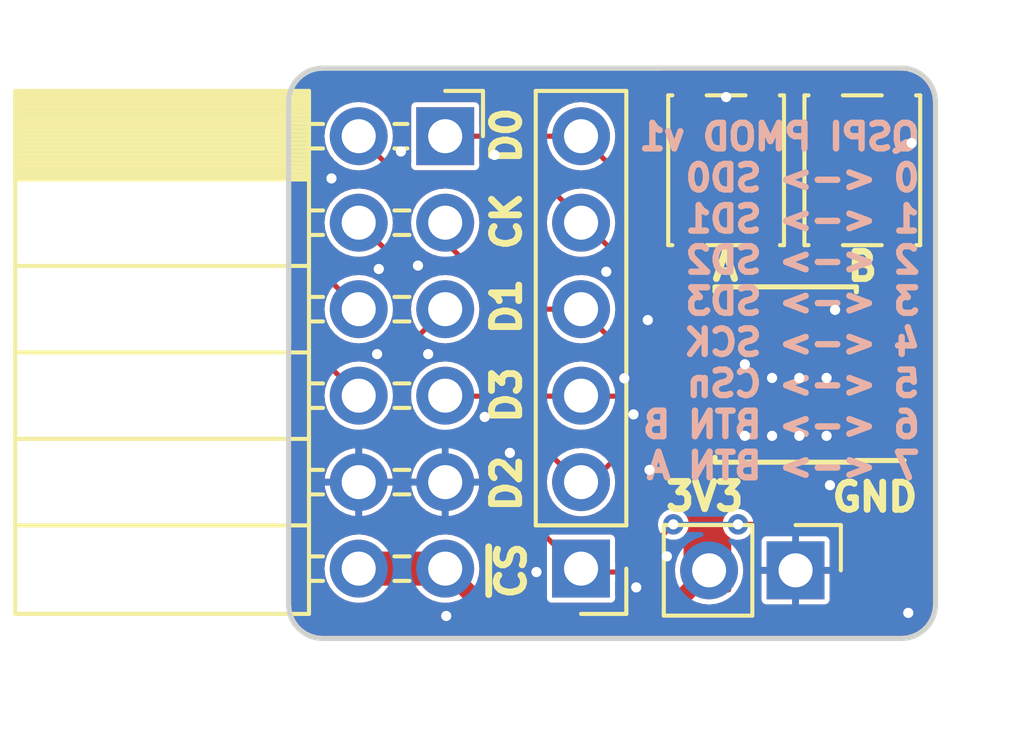
<source format=kicad_pcb>
(kicad_pcb (version 20221018) (generator pcbnew)
  (layers (0 "F.Cu" signal) (31 "B.Cu" signal) (34 "B.Paste" user) (35 "F.Paste" user) (36 "B.SilkS" user "B.Silkscreen") (37 "F.SilkS" user "F.Silkscreen") (38 "B.Mask" user) (39 "F.Mask" user) (44 "Edge.Cuts" user))
  (net 0 "")
  (net 1 "+3V3")
  (net 2 "GND")
  (net 3 "/SD0")
  (net 4 "/SCK")
  (net 5 "/SD1")
  (net 6 "/~{CS}")
  (net 7 "/SD2")
  (net 8 "/BUTTON_B")
  (net 9 "/SD3")
  (net 10 "/BUTTON_A")
  (footprint "Connector_PinSocket_2.54mm:PinSocket_2x06_P2.54mm_Horizontal" (layer "F.Cu") (at 115 92)
    (fp_text reference "J1" hide)
    (fp_text value "2.54mm_2x06")
    (fp_line (start -12.63 -1.33) (end -12.63 14.03) (stroke (width 0.12)) (layer "F.SilkS"))
    (fp_line (start -12.63 -1.33) (end -4 -1.33) (stroke (width 0.12)) (layer "F.SilkS"))
    (fp_line (start -12.63 -1.21) (end -4 -1.21) (stroke (width 0.12)) (layer "F.SilkS"))
    (fp_line (start -12.63 -1.091905) (end -4 -1.091905) (stroke (width 0.12)) (layer "F.SilkS"))
    (fp_line (start -12.63 -0.97381) (end -4 -0.97381) (stroke (width 0.12)) (layer "F.SilkS"))
    (fp_line (start -12.63 -0.855715) (end -4 -0.855715) (stroke (width 0.12)) (layer "F.SilkS"))
    (fp_line (start -12.63 -0.73762) (end -4 -0.73762) (stroke (width 0.12)) (layer "F.SilkS"))
    (fp_line (start -12.63 -0.619525) (end -4 -0.619525) (stroke (width 0.12)) (layer "F.SilkS"))
    (fp_line (start -12.63 -0.50143) (end -4 -0.50143) (stroke (width 0.12)) (layer "F.SilkS"))
    (fp_line (start -12.63 -0.383335) (end -4 -0.383335) (stroke (width 0.12)) (layer "F.SilkS"))
    (fp_line (start -12.63 -0.26524) (end -4 -0.26524) (stroke (width 0.12)) (layer "F.SilkS"))
    (fp_line (start -12.63 -0.147145) (end -4 -0.147145) (stroke (width 0.12)) (layer "F.SilkS"))
    (fp_line (start -12.63 -0.02905) (end -4 -0.02905) (stroke (width 0.12)) (layer "F.SilkS"))
    (fp_line (start -12.63 0.089045) (end -4 0.089045) (stroke (width 0.12)) (layer "F.SilkS"))
    (fp_line (start -12.63 0.20714) (end -4 0.20714) (stroke (width 0.12)) (layer "F.SilkS"))
    (fp_line (start -12.63 0.325235) (end -4 0.325235) (stroke (width 0.12)) (layer "F.SilkS"))
    (fp_line (start -12.63 0.44333) (end -4 0.44333) (stroke (width 0.12)) (layer "F.SilkS"))
    (fp_line (start -12.63 0.561425) (end -4 0.561425) (stroke (width 0.12)) (layer "F.SilkS"))
    (fp_line (start -12.63 0.67952) (end -4 0.67952) (stroke (width 0.12)) (layer "F.SilkS"))
    (fp_line (start -12.63 0.797615) (end -4 0.797615) (stroke (width 0.12)) (layer "F.SilkS"))
    (fp_line (start -12.63 0.91571) (end -4 0.91571) (stroke (width 0.12)) (layer "F.SilkS"))
    (fp_line (start -12.63 1.033805) (end -4 1.033805) (stroke (width 0.12)) (layer "F.SilkS"))
    (fp_line (start -12.63 1.1519) (end -4 1.1519) (stroke (width 0.12)) (layer "F.SilkS"))
    (fp_line (start -12.63 1.27) (end -4 1.27) (stroke (width 0.12)) (layer "F.SilkS"))
    (fp_line (start -12.63 3.81) (end -4 3.81) (stroke (width 0.12)) (layer "F.SilkS"))
    (fp_line (start -12.63 6.35) (end -4 6.35) (stroke (width 0.12)) (layer "F.SilkS"))
    (fp_line (start -12.63 8.89) (end -4 8.89) (stroke (width 0.12)) (layer "F.SilkS"))
    (fp_line (start -12.63 11.43) (end -4 11.43) (stroke (width 0.12)) (layer "F.SilkS"))
    (fp_line (start -12.63 14.03) (end -4 14.03) (stroke (width 0.12)) (layer "F.SilkS"))
    (fp_line (start -4 -1.33) (end -4 14.03) (stroke (width 0.12)) (layer "F.SilkS"))
    (fp_line (start -4 -0.36) (end -3.59 -0.36) (stroke (width 0.12)) (layer "F.SilkS"))
    (fp_line (start -4 0.36) (end -3.59 0.36) (stroke (width 0.12)) (layer "F.SilkS"))
    (fp_line (start -4 2.18) (end -3.59 2.18) (stroke (width 0.12)) (layer "F.SilkS"))
    (fp_line (start -4 2.9) (end -3.59 2.9) (stroke (width 0.12)) (layer "F.SilkS"))
    (fp_line (start -4 4.72) (end -3.59 4.72) (stroke (width 0.12)) (layer "F.SilkS"))
    (fp_line (start -4 5.44) (end -3.59 5.44) (stroke (width 0.12)) (layer "F.SilkS"))
    (fp_line (start -4 7.26) (end -3.59 7.26) (stroke (width 0.12)) (layer "F.SilkS"))
    (fp_line (start -4 7.98) (end -3.59 7.98) (stroke (width 0.12)) (layer "F.SilkS"))
    (fp_line (start -4 9.8) (end -3.59 9.8) (stroke (width 0.12)) (layer "F.SilkS"))
    (fp_line (start -4 10.52) (end -3.59 10.52) (stroke (width 0.12)) (layer "F.SilkS"))
    (fp_line (start -4 12.34) (end -3.59 12.34) (stroke (width 0.12)) (layer "F.SilkS"))
    (fp_line (start -4 13.06) (end -3.59 13.06) (stroke (width 0.12)) (layer "F.SilkS"))
    (fp_line (start -1.49 -0.36) (end -1.11 -0.36) (stroke (width 0.12)) (layer "F.SilkS"))
    (fp_line (start -1.49 0.36) (end -1.11 0.36) (stroke (width 0.12)) (layer "F.SilkS"))
    (fp_line (start -1.49 2.18) (end -1.05 2.18) (stroke (width 0.12)) (layer "F.SilkS"))
    (fp_line (start -1.49 2.9) (end -1.05 2.9) (stroke (width 0.12)) (layer "F.SilkS"))
    (fp_line (start -1.49 4.72) (end -1.05 4.72) (stroke (width 0.12)) (layer "F.SilkS"))
    (fp_line (start -1.49 5.44) (end -1.05 5.44) (stroke (width 0.12)) (layer "F.SilkS"))
    (fp_line (start -1.49 7.26) (end -1.05 7.26) (stroke (width 0.12)) (layer "F.SilkS"))
    (fp_line (start -1.49 7.98) (end -1.05 7.98) (stroke (width 0.12)) (layer "F.SilkS"))
    (fp_line (start -1.49 9.8) (end -1.05 9.8) (stroke (width 0.12)) (layer "F.SilkS"))
    (fp_line (start -1.49 10.52) (end -1.05 10.52) (stroke (width 0.12)) (layer "F.SilkS"))
    (fp_line (start -1.49 12.34) (end -1.05 12.34) (stroke (width 0.12)) (layer "F.SilkS"))
    (fp_line (start -1.49 13.06) (end -1.05 13.06) (stroke (width 0.12)) (layer "F.SilkS"))
    (fp_line (start 0 -1.33) (end 1.11 -1.33) (stroke (width 0.12)) (layer "F.SilkS"))
    (fp_line (start 1.11 -1.33) (end 1.11 0) (stroke (width 0.12)) (layer "F.SilkS"))
    (pad "1" thru_hole rect (at 0 0) (size 1.7 1.7) (drill 1) (layers "*.Cu" "*.Mask") (net 3 "/SD0"))
    (pad "2" thru_hole oval (at -2.54 0) (size 1.7 1.7) (drill 1) (layers "*.Cu" "*.Mask") (net 4 "/SCK"))
    (pad "3" thru_hole oval (at 0 2.54) (size 1.7 1.7) (drill 1) (layers "*.Cu" "*.Mask") (net 5 "/SD1"))
    (pad "4" thru_hole oval (at -2.54 2.54) (size 1.7 1.7) (drill 1) (layers "*.Cu" "*.Mask") (net 6 "/~{CS}"))
    (pad "5" thru_hole oval (at 0 5.08) (size 1.7 1.7) (drill 1) (layers "*.Cu" "*.Mask") (net 7 "/SD2"))
    (pad "6" thru_hole oval (at -2.54 5.08) (size 1.7 1.7) (drill 1) (layers "*.Cu" "*.Mask") (net 8 "/BUTTON_B"))
    (pad "7" thru_hole oval (at 0 7.62) (size 1.7 1.7) (drill 1) (layers "*.Cu" "*.Mask") (net 9 "/SD3"))
    (pad "8" thru_hole oval (at -2.54 7.62) (size 1.7 1.7) (drill 1) (layers "*.Cu" "*.Mask") (net 10 "/BUTTON_A"))
    (pad "9" thru_hole oval (at 0 10.16) (size 1.7 1.7) (drill 1) (layers "*.Cu" "*.Mask") (net 2 "GND"))
    (pad "10" thru_hole oval (at -2.54 10.16) (size 1.7 1.7) (drill 1) (layers "*.Cu" "*.Mask") (net 2 "GND"))
    (pad "11" thru_hole oval (at 0 12.7) (size 1.7 1.7) (drill 1) (layers "*.Cu" "*.Mask") (net 1 "+3V3"))
    (pad "12" thru_hole oval (at -2.54 12.7) (size 1.7 1.7) (drill 1) (layers "*.Cu" "*.Mask") (net 1 "+3V3"))
  )
  (footprint "Connector_PinHeader_2.54mm:PinHeader_1x02_P2.54mm_Vertical" (layer "F.Cu") (at 125.29 104.75 -90)
    (fp_text reference "J3" hide)
    (fp_text value "Conn_01x02")
    (fp_line (start -1.33 -1.33) (end 0 -1.33) (stroke (width 0.12)) (layer "F.SilkS"))
    (fp_line (start -1.33 0) (end -1.33 -1.33) (stroke (width 0.12)) (layer "F.SilkS"))
    (fp_line (start -1.33 1.27) (end -1.33 3.87) (stroke (width 0.12)) (layer "F.SilkS"))
    (fp_line (start -1.33 1.27) (end 1.33 1.27) (stroke (width 0.12)) (layer "F.SilkS"))
    (fp_line (start -1.33 3.87) (end 1.33 3.87) (stroke (width 0.12)) (layer "F.SilkS"))
    (fp_line (start 1.33 1.27) (end 1.33 3.87) (stroke (width 0.12)) (layer "F.SilkS"))
    (pad "1" thru_hole rect (at 0 0 270) (size 1.7 1.7) (drill 1) (layers "*.Cu" "*.Mask") (net 2 "GND"))
    (pad "2" thru_hole oval (at 0 2.54 270) (size 1.7 1.7) (drill 1) (layers "*.Cu" "*.Mask") (net 1 "+3V3"))
  )
  (footprint "picodvi:SW_SPST_PTS815" (layer "F.Cu") (at 123.25 93 90)
    (fp_text reference "SW1" hide)
    (fp_text value "SW_Push")
    (fp_line (start -2.2 -1.7) (end -2.2 -1.58) (stroke (width 0.12)) (layer "F.SilkS"))
    (fp_line (start -2.2 -0.57) (end -2.2 0.57) (stroke (width 0.12)) (layer "F.SilkS"))
    (fp_line (start -2.2 1.58) (end -2.2 1.7) (stroke (width 0.12)) (layer "F.SilkS"))
    (fp_line (start -2.2 1.7) (end 2.2 1.7) (stroke (width 0.12)) (layer "F.SilkS"))
    (fp_line (start 2.2 -1.7) (end -2.2 -1.7) (stroke (width 0.12)) (layer "F.SilkS"))
    (fp_line (start 2.2 -1.58) (end 2.2 -1.7) (stroke (width 0.12)) (layer "F.SilkS"))
    (fp_line (start 2.2 0.57) (end 2.2 -0.57) (stroke (width 0.12)) (layer "F.SilkS"))
    (fp_line (start 2.2 1.7) (end 2.2 1.58) (stroke (width 0.12)) (layer "F.SilkS"))
    (pad "" smd rect (at -2.075 -1.075 90) (size 1.05 0.65) (layers "F.Cu" "F.Paste" "F.Mask"))
    (pad "1" smd rect (at 2.075 -1.075 90) (size 1.05 0.65) (layers "F.Cu" "F.Paste" "F.Mask") (net 10 "/BUTTON_A"))
    (pad "2" smd rect (at -2.075 1.075 90) (size 1.05 0.65) (layers "F.Cu" "F.Paste" "F.Mask") (net 2 "GND"))
    (pad "2" smd rect (at 2.075 1.075 90) (size 1.05 0.65) (layers "F.Cu" "F.Paste" "F.Mask") (net 2 "GND"))
  )
  (footprint "picodvi:SW_SPST_PTS815" (layer "F.Cu") (at 127.25 93 90)
    (fp_text reference "SW2" hide)
    (fp_text value "SW_Push")
    (fp_line (start -2.2 -1.7) (end -2.2 -1.58) (stroke (width 0.12)) (layer "F.SilkS"))
    (fp_line (start -2.2 -0.57) (end -2.2 0.57) (stroke (width 0.12)) (layer "F.SilkS"))
    (fp_line (start -2.2 1.58) (end -2.2 1.7) (stroke (width 0.12)) (layer "F.SilkS"))
    (fp_line (start -2.2 1.7) (end 2.2 1.7) (stroke (width 0.12)) (layer "F.SilkS"))
    (fp_line (start 2.2 -1.7) (end -2.2 -1.7) (stroke (width 0.12)) (layer "F.SilkS"))
    (fp_line (start 2.2 -1.58) (end 2.2 -1.7) (stroke (width 0.12)) (layer "F.SilkS"))
    (fp_line (start 2.2 0.57) (end 2.2 -0.57) (stroke (width 0.12)) (layer "F.SilkS"))
    (fp_line (start 2.2 1.7) (end 2.2 1.58) (stroke (width 0.12)) (layer "F.SilkS"))
    (pad "" smd rect (at -2.075 -1.075 90) (size 1.05 0.65) (layers "F.Cu" "F.Paste" "F.Mask"))
    (pad "1" smd rect (at 2.075 -1.075 90) (size 1.05 0.65) (layers "F.Cu" "F.Paste" "F.Mask") (net 8 "/BUTTON_B"))
    (pad "2" smd rect (at -2.075 1.075 90) (size 1.05 0.65) (layers "F.Cu" "F.Paste" "F.Mask") (net 2 "GND"))
    (pad "2" smd rect (at 2.075 1.075 90) (size 1.05 0.65) (layers "F.Cu" "F.Paste" "F.Mask") (net 2 "GND"))
  )
  (footprint "Package_SO:SOIC-8_3.9x4.9mm_P1.27mm" (layer "F.Cu") (at 125 99 180)
    (fp_text reference "U1" hide)
    (fp_text value "LY68L6400")
    (fp_line (start -2.075 -2.575) (end -2.075 -2.525) (stroke (width 0.15)) (layer "F.SilkS"))
    (fp_line (start -2.075 -2.575) (end 2.075 -2.575) (stroke (width 0.15)) (layer "F.SilkS"))
    (fp_line (start -2.075 -2.525) (end -3.475 -2.525) (stroke (width 0.15)) (layer "F.SilkS"))
    (fp_line (start -2.075 2.575) (end -2.075 2.43) (stroke (width 0.15)) (layer "F.SilkS"))
    (fp_line (start -2.075 2.575) (end 2.075 2.575) (stroke (width 0.15)) (layer "F.SilkS"))
    (fp_line (start 2.075 -2.575) (end 2.075 -2.43) (stroke (width 0.15)) (layer "F.SilkS"))
    (fp_line (start 2.075 2.575) (end 2.075 2.43) (stroke (width 0.15)) (layer "F.SilkS"))
    (pad "1" smd rect (at -2.7 -1.905 180) (size 1.55 0.6) (layers "F.Cu" "F.Paste" "F.Mask") (net 6 "/~{CS}"))
    (pad "2" smd rect (at -2.7 -0.635 180) (size 1.55 0.6) (layers "F.Cu" "F.Paste" "F.Mask") (net 5 "/SD1"))
    (pad "3" smd rect (at -2.7 0.635 180) (size 1.55 0.6) (layers "F.Cu" "F.Paste" "F.Mask") (net 7 "/SD2"))
    (pad "4" smd rect (at -2.7 1.905 180) (size 1.55 0.6) (layers "F.Cu" "F.Paste" "F.Mask") (net 2 "GND"))
    (pad "5" smd rect (at 2.7 1.905 180) (size 1.55 0.6) (layers "F.Cu" "F.Paste" "F.Mask") (net 3 "/SD0"))
    (pad "6" smd rect (at 2.7 0.635 180) (size 1.55 0.6) (layers "F.Cu" "F.Paste" "F.Mask") (net 4 "/SCK"))
    (pad "7" smd rect (at 2.7 -0.635 180) (size 1.55 0.6) (layers "F.Cu" "F.Paste" "F.Mask") (net 9 "/SD3"))
    (pad "8" smd rect (at 2.7 -1.905 180) (size 1.55 0.6) (layers "F.Cu" "F.Paste" "F.Mask") (net 1 "+3V3"))
  )
  (footprint "Capacitor_SMD:C_0402_1005Metric" (layer "F.Cu") (at 125 102.25)
    (fp_text reference "C1" hide)
    (fp_text value "100n")
    (pad "1" smd roundrect (at -0.485 0) (size 0.59 0.64) (layers "F.Cu" "F.Paste" "F.Mask") (net 1 "+3V3"))
    (pad "2" smd roundrect (at 0.485 0) (size 0.59 0.64) (layers "F.Cu" "F.Paste" "F.Mask") (net 2 "GND"))
  )
  (footprint "Connector_PinHeader_2.54mm:PinHeader_1x06_P2.54mm_Vertical" (layer "F.Cu") (at 118.99 104.7 180)
    (fp_text reference "J2" hide)
    (fp_text value "Conn_01x06")
    (fp_line (start -1.33 -1.33) (end 0 -1.33) (stroke (width 0.12)) (layer "F.SilkS"))
    (fp_line (start -1.33 0) (end -1.33 -1.33) (stroke (width 0.12)) (layer "F.SilkS"))
    (fp_line (start -1.33 1.27) (end -1.33 14.03) (stroke (width 0.12)) (layer "F.SilkS"))
    (fp_line (start -1.33 1.27) (end 1.33 1.27) (stroke (width 0.12)) (layer "F.SilkS"))
    (fp_line (start -1.33 14.03) (end 1.33 14.03) (stroke (width 0.12)) (layer "F.SilkS"))
    (fp_line (start 1.33 1.27) (end 1.33 14.03) (stroke (width 0.12)) (layer "F.SilkS"))
    (pad "1" thru_hole rect (at 0 0 180) (size 1.7 1.7) (drill 1) (layers "*.Cu" "*.Mask") (net 6 "/~{CS}"))
    (pad "2" thru_hole oval (at 0 2.54 180) (size 1.7 1.7) (drill 1) (layers "*.Cu" "*.Mask") (net 7 "/SD2"))
    (pad "3" thru_hole oval (at 0 5.08 180) (size 1.7 1.7) (drill 1) (layers "*.Cu" "*.Mask") (net 9 "/SD3"))
    (pad "4" thru_hole oval (at 0 7.62 180) (size 1.7 1.7) (drill 1) (layers "*.Cu" "*.Mask") (net 5 "/SD1"))
    (pad "5" thru_hole oval (at 0 10.16 180) (size 1.7 1.7) (drill 1) (layers "*.Cu" "*.Mask") (net 4 "/SCK"))
    (pad "6" thru_hole oval (at 0 12.7 180) (size 1.7 1.7) (drill 1) (layers "*.Cu" "*.Mask") (net 3 "/SD0"))
  )
  (gr_arc (start 128.4 90) (mid 129.107107 90.292893) (end 129.4 91) (stroke (width 0.15)) (layer "Edge.Cuts"))
  (gr_line (start 129.4 91) (end 129.4 105.75) (stroke (width 0.15)) (layer "Edge.Cuts"))
  (gr_arc (start 129.4 105.75) (mid 129.107107 106.457107) (end 128.4 106.75) (stroke (width 0.15)) (layer "Edge.Cuts"))
  (gr_line (start 111.4 90) (end 128.4 90) (stroke (width 0.15)) (layer "Edge.Cuts"))
  (gr_line (start 128.4 106.75) (end 111.4 106.75) (stroke (width 0.15)) (layer "Edge.Cuts"))
  (gr_line (start 110.4 105.75) (end 110.4 91) (stroke (width 0.15)) (layer "Edge.Cuts"))
  (gr_arc (start 111.4 106.75) (mid 110.692893 106.457107) (end 110.4 105.75) (stroke (width 0.15)) (layer "Edge.Cuts"))
  (gr_arc (start 110.4 91) (mid 110.692893 90.292893) (end 111.4 90) (stroke (width 0.15)) (layer "Edge.Cuts"))
  (gr_text "QSPI PMOD v1\n0 <-> SD0\n1 <-> SD1\n2 <-> SD2\n3 <-> SD3\n4 <-> SCK\n5 <-> CSn\n6 <-> BTN B\n7 <-> BTN A" (at 129.03 96.85) (layer "B.SilkS") (effects (font (size 0.75 0.75) (thickness 0.1875)) (justify left mirror)))
  (gr_text "D2\n" (at 116.8 102.2 90) (layer "F.SilkS") (effects (font (size 0.8 0.8) (thickness 0.2))))
  (gr_text "D3" (at 116.8 99.6 90) (layer "F.SilkS") (effects (font (size 0.8 0.8) (thickness 0.2))))
  (gr_text "D1\n" (at 116.8 97 90) (layer "F.SilkS") (effects (font (size 0.8 0.8) (thickness 0.2))))
  (gr_text "CK" (at 116.8 94.5 90) (layer "F.SilkS") (effects (font (size 0.8 0.8) (thickness 0.2))))
  (gr_text "D0" (at 116.8 91.98 90) (layer "F.SilkS") (effects (font (size 0.8 0.8) (thickness 0.2))))
  (gr_text "3V3" (at 122.62 102.58) (layer "F.SilkS") (effects (font (size 0.8 0.8) (thickness 0.2))))
  (gr_text "GND\n" (at 127.62 102.6) (layer "F.SilkS") (effects (font (size 0.8 0.8) (thickness 0.2))))
  (gr_text "A\n" (at 123.23 95.82) (layer "F.SilkS") (effects (font (size 0.8 0.8) (thickness 0.2))))
  (gr_text "B" (at 127.25 95.82) (layer "F.SilkS") (effects (font (size 0.8 0.8) (thickness 0.2))))
  (gr_text "~{CS}" (at 116.94 104.76 90) (layer "F.SilkS") (effects (font (size 0.8 0.8) (thickness 0.2))))
  (segment (start 122.3 100.905) (end 123.105 100.905) (width 0.15) (layer "F.Cu") (net 1))
  (segment (start 124.115832 101.915832) (end 124.180832 101.915832) (width 0.15) (layer "F.Cu") (net 1))
  (segment (start 124.180832 101.915832) (end 124.515 102.25) (width 0.15) (layer "F.Cu") (net 1))
  (segment (start 121.900001 105.599999) (end 122.75 104.75) (width 0.5) (layer "F.Cu") (net 1))
  (segment (start 112.46 104.7) (end 115 104.7) (width 1) (layer "F.Cu") (net 1))
  (segment (start 121.55 105.95) (end 121.900001 105.599999) (width 0.5) (layer "F.Cu") (net 1))
  (segment (start 115 104.7) (end 116.25 105.95) (width 0.5) (layer "F.Cu") (net 1))
  (segment (start 123.105 100.905) (end 124.115832 101.915832) (width 0.15) (layer "F.Cu") (net 1))
  (segment (start 116.25 105.95) (end 121.55 105.95) (width 0.5) (layer "F.Cu") (net 1))
  (via (at 125.4 100.8) (size 0.6) (drill 0.3) (layers "F.Cu" "B.Cu") (net 2))
  (via (at 126.2 100.8) (size 0.6) (drill 0.3) (layers "F.Cu" "B.Cu") (net 2))
  (via (at 126.2 99.1) (size 0.6) (drill 0.3) (layers "F.Cu" "B.Cu") (net 2))
  (via (at 125.4 99.1) (size 0.6) (drill 0.3) (layers "F.Cu" "B.Cu") (net 2))
  (via (at 124.6 99.1) (size 0.6) (drill 0.3) (layers "F.Cu" "B.Cu") (net 2))
  (via (at 123.8 98.7) (size 0.6) (drill 0.3) (layers "F.Cu" "B.Cu") (net 2))
  (via (at 121 101.8) (size 0.6) (drill 0.3) (layers "F.Cu" "B.Cu") (net 2))
  (via (at 116.9 101.3) (size 0.6) (drill 0.3) (layers "F.Cu" "B.Cu") (net 2))
  (via (at 114.5 98.4) (size 0.6) (drill 0.3) (layers "F.Cu" "B.Cu") (net 2))
  (via (at 114.2 95.8) (size 0.6) (drill 0.3) (layers "F.Cu" "B.Cu") (net 2))
  (via (at 128.7 92.2) (size 0.6) (drill 0.3) (layers "F.Cu" "B.Cu") (net 2))
  (via (at 128.6 106) (size 0.6) (drill 0.3) (layers "F.Cu" "B.Cu") (net 2))
  (via (at 117.68 104.8) (size 0.6) (drill 0.3) (layers "F.Cu" "B.Cu") (net 2))
  (via (at 113 98.4) (size 0.6) (drill 0.3) (layers "F.Cu" "B.Cu") (net 2))
  (via (at 113.05 95.9) (size 0.6) (drill 0.3) (layers "F.Cu" "B.Cu") (net 2))
  (via (at 124.6 100.8) (size 0.6) (drill 0.3) (layers "F.Cu" "B.Cu") (net 2))
  (via (at 116.45 92.55) (size 0.6) (drill 0.3) (layers "F.Cu" "B.Cu") (net 2))
  (via (at 120.95 97.4) (size 0.6) (drill 0.3) (layers "F.Cu" "B.Cu") (net 2))
  (via (at 113.7 92.45) (size 0.6) (drill 0.3) (layers "F.Cu" "B.Cu") (net 2))
  (via (at 123.25 90.85) (size 0.6) (drill 0.3) (layers "F.Cu" "B.Cu") (net 2))
  (via (at 126.45 97.1) (size 0.6) (drill 0.3) (layers "F.Cu" "B.Cu") (net 2))
  (via (at 126.3 102.25) (size 0.6) (drill 0.3) (layers "F.Cu" "B.Cu") (net 2))
  (via (at 119.73 95.98) (size 0.6) (drill 0.3) (layers "F.Cu" "B.Cu") (net 2))
  (via (at 115.03 106.09) (size 0.6) (drill 0.3) (layers "F.Cu" "B.Cu") (net 2))
  (via (at 121.51 104.34) (size 0.6) (drill 0.3) (layers "F.Cu" "B.Cu") (net 2))
  (via (at 120.61 105.25) (size 0.6) (drill 0.3) (layers "F.Cu" "B.Cu") (net 2))
  (via (at 123.8 100.8) (size 0.6) (drill 0.3) (layers "F.Cu" "B.Cu") (net 2))
  (via (at 120.26 99.10999) (size 0.6) (drill 0.3) (layers "F.Cu" "B.Cu") (net 2))
  (via (at 120.53 100.17) (size 0.6) (drill 0.3) (layers "F.Cu" "B.Cu") (net 2))
  (via (at 116.16 100.244999) (size 0.6) (drill 0.3) (layers "F.Cu" "B.Cu") (net 2))
  (via (at 111.66 93.24) (size 0.6) (drill 0.3) (layers "F.Cu" "B.Cu") (net 2))
  (segment (start 119 92.1) (end 119.09 92.1) (width 0.15) (layer "F.Cu") (net 3))
  (segment (start 121.595 97.095) (end 122.3 97.095) (width 0.15) (layer "F.Cu") (net 3))
  (segment (start 121 96.5) (end 121.595 97.095) (width 0.15) (layer "F.Cu") (net 3))
  (segment (start 119.09 92.1) (end 121 94.01) (width 0.15) (layer "F.Cu") (net 3))
  (segment (start 121 94.01) (end 121 96.5) (width 0.15) (layer "F.Cu") (net 3))
  (segment (start 115 92) (end 118.9 92) (width 0.15) (layer "F.Cu") (net 3))
  (segment (start 118.9 92) (end 119 92.1) (width 0.15) (layer "F.Cu") (net 3))
  (segment (start 120.3 97.515722) (end 121.149278 98.365) (width 0.15) (layer "F.Cu") (net 4))
  (segment (start 121.375 98.365) (end 122.3 98.365) (width 0.15) (layer "F.Cu") (net 4))
  (segment (start 117.625001 93.075001) (end 120.3 95.75) (width 0.15) (layer "F.Cu") (net 4))
  (segment (start 112.46 92) (end 113.535001 93.075001) (width 0.15) (layer "F.Cu") (net 4))
  (segment (start 113.535001 93.075001) (end 117.625001 93.075001) (width 0.15) (layer "F.Cu") (net 4))
  (segment (start 120.3 95.75) (end 120.3 97.515722) (width 0.15) (layer "F.Cu") (net 4))
  (segment (start 121.149278 98.365) (end 121.375 98.365) (width 0.15) (layer "F.Cu") (net 4))
  (segment (start 115 94.54) (end 115 95.1) (width 0.15) (layer "F.Cu") (net 5))
  (segment (start 117 97.1) (end 117.02 97.08) (width 0.15) (layer "F.Cu") (net 5))
  (segment (start 118.9 97.08) (end 119 97.18) (width 0.15) (layer "F.Cu") (net 5))
  (segment (start 117.02 97.08) (end 118.9 97.08) (width 0.15) (layer "F.Cu") (net 5))
  (segment (start 119.09 97.18) (end 120.91 99) (width 0.15) (layer "F.Cu") (net 5))
  (segment (start 115 95.1) (end 117 97.1) (width 0.15) (layer "F.Cu") (net 5))
  (segment (start 120.91 99) (end 123.3 99) (width 0.15) (layer "F.Cu") (net 5))
  (segment (start 123.3 99) (end 123.935 99.635) (width 0.15) (layer "F.Cu") (net 5))
  (segment (start 119 97.18) (end 119.09 97.18) (width 0.15) (layer "F.Cu") (net 5))
  (segment (start 123.935 99.635) (end 127.7 99.635) (width 0.15) (layer "F.Cu") (net 5))
  (segment (start 119 104.8) (end 120.3 104.8) (width 0.15) (layer "F.Cu") (net 6))
  (segment (start 113.624988 100.260269) (end 114.434739 101.07002) (width 0.15) (layer "F.Cu") (net 6))
  (segment (start 113.624988 95.704988) (end 113.624988 100.260269) (width 0.15) (layer "F.Cu") (net 6))
  (segment (start 112.46 94.54) (end 113.624988 95.704988) (width 0.15) (layer "F.Cu") (net 6))
  (segment (start 121.400001 103.699999) (end 121.7 103.4) (width 0.15) (layer "F.Cu") (net 6))
  (segment (start 123.6 103.4) (end 126.4 103.4) (width 0.15) (layer "F.Cu") (net 6))
  (segment (start 117 102.8) (end 119 104.8) (width 0.15) (layer "F.Cu") (net 6))
  (segment (start 126.4 103.4) (end 127.7 102.1) (width 0.15) (layer "F.Cu") (net 6))
  (segment (start 114.434739 101.07002) (end 115.87002 101.07002) (width 0.15) (layer "F.Cu") (net 6))
  (segment (start 117 102.2) (end 117 102.8) (width 0.15) (layer "F.Cu") (net 6))
  (segment (start 127.7 102.1) (end 127.7 100.905) (width 0.15) (layer "F.Cu") (net 6))
  (segment (start 120.3 104.8) (end 121.400001 103.699999) (width 0.15) (layer "F.Cu") (net 6))
  (segment (start 115.87002 101.07002) (end 117 102.2) (width 0.15) (layer "F.Cu") (net 6))
  (via (at 123.6 103.4) (size 0.6) (drill 0.3) (layers "F.Cu" "B.Cu") (net 6))
  (via (at 121.7 103.4) (size 0.6) (drill 0.3) (layers "F.Cu" "B.Cu") (net 6))
  (segment (start 123.6 103.4) (end 121.7 103.4) (width 0.15) (layer "B.Cu") (net 6))
  (segment (start 128.700001 100.115001) (end 128.700001 98.890001) (width 0.15) (layer "F.Cu") (net 7))
  (segment (start 119 102.26) (end 119.2 102.26) (width 0.15) (layer "F.Cu") (net 7))
  (segment (start 128.700001 98.890001) (end 128.175 98.365) (width 0.15) (layer "F.Cu") (net 7))
  (segment (start 128.565002 100.25) (end 128.700001 100.115001) (width 0.15) (layer "F.Cu") (net 7))
  (segment (start 117.510009 100.770009) (end 119 102.26) (width 0.15) (layer "F.Cu") (net 7))
  (segment (start 121.21 100.25) (end 128.565002 100.25) (width 0.15) (layer "F.Cu") (net 7))
  (segment (start 128.175 98.365) (end 127.7 98.365) (width 0.15) (layer "F.Cu") (net 7))
  (segment (start 113.924999 98.155001) (end 113.924999 100.136001) (width 0.15) (layer "F.Cu") (net 7))
  (segment (start 113.924999 100.136001) (end 114.559007 100.770009) (width 0.15) (layer "F.Cu") (net 7))
  (segment (start 119.2 102.26) (end 121.21 100.25) (width 0.15) (layer "F.Cu") (net 7))
  (segment (start 114.559007 100.770009) (end 117.510009 100.770009) (width 0.15) (layer "F.Cu") (net 7))
  (segment (start 115 97.08) (end 113.924999 98.155001) (width 0.15) (layer "F.Cu") (net 7))
  (segment (start 121.075001 91.675001) (end 124.949999 91.675001) (width 0.15) (layer "F.Cu") (net 8))
  (segment (start 111.05 95.67) (end 111.05 91.234278) (width 0.15) (layer "F.Cu") (net 8))
  (segment (start 111.05 91.234278) (end 111.684257 90.600021) (width 0.15) (layer "F.Cu") (net 8))
  (segment (start 120.000021 90.600021) (end 121.075001 91.675001) (width 0.15) (layer "F.Cu") (net 8))
  (segment (start 124.949999 91.675001) (end 125.7 90.925) (width 0.15) (layer "F.Cu") (net 8))
  (segment (start 112.46 97.08) (end 111.05 95.67) (width 0.15) (layer "F.Cu") (net 8))
  (segment (start 125.7 90.925) (end 126.175 90.925) (width 0.15) (layer "F.Cu") (net 8))
  (segment (start 111.684257 90.600021) (end 120.000021 90.600021) (width 0.15) (layer "F.Cu") (net 8))
  (segment (start 115.015 99.635) (end 120.465 99.635) (width 0.15) (layer "F.Cu") (net 9))
  (segment (start 115 99.62) (end 115.015 99.635) (width 0.15) (layer "F.Cu") (net 9))
  (segment (start 120.465 99.635) (end 122.3 99.635) (width 0.15) (layer "F.Cu") (net 9))
  (segment (start 110.749989 91.110011) (end 111.55999 90.30001) (width 0.15) (layer "F.Cu") (net 10))
  (segment (start 110.749989 97.909989) (end 110.749989 91.110011) (width 0.15) (layer "F.Cu") (net 10))
  (segment (start 111.55999 90.30001) (end 121.07501 90.30001) (width 0.15) (layer "F.Cu") (net 10))
  (segment (start 121.07501 90.30001) (end 121.7 90.925) (width 0.15) (layer "F.Cu") (net 10))
  (segment (start 121.7 90.925) (end 122.175 90.925) (width 0.15) (layer "F.Cu") (net 10))
  (segment (start 112.46 99.62) (end 110.749989 97.909989) (width 0.15) (layer "F.Cu") (net 10))
  (zone (net 1) (net_name "+3V3") (layer "F.Cu") (priority 1) (connect_pads yes (clearance 0.15)) (min_thickness 0.15) (fill yes (thermal_gap 0.15) (thermal_bridge_width 0.2))
    (polygon (pts (xy 121.4 101.4) (xy 121.4 100.4) (xy 123 100.4) (xy 124.4 101.8) (xy 125 101.8) (xy 125 103) (xy 125 103.2) (xy 123.6 103.2) (xy 123.4 103.4) (xy 123.4 105.4) (xy 122 105.4) (xy 122 102)))
  )
  (zone (net 2) (net_name "GND") (layer "F.Cu") (connect_pads (clearance 0.15)) (min_thickness 0.15) (fill yes (thermal_gap 0.15) (thermal_bridge_width 0.2))
    (polygon (pts (xy 110 89) (xy 131 89) (xy 131 108) (xy 110 108)))
  )
  (zone (net 2) (net_name "GND") (layer "B.Cu") (connect_pads (clearance 0.15)) (min_thickness 0.15) (fill yes (thermal_gap 0.15) (thermal_bridge_width 0.2))
    (polygon (pts (xy 109 88) (xy 132 88) (xy 132 109) (xy 109 109)))
  )
)
</source>
